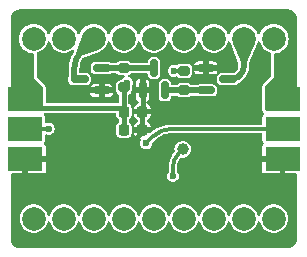
<source format=gbr>
%TF.GenerationSoftware,KiCad,Pcbnew,8.0.4*%
%TF.CreationDate,2024-09-13T11:56:00+01:00*%
%TF.ProjectId,MkI,4d6b492e-6b69-4636-9164-5f7063625858,rev?*%
%TF.SameCoordinates,Original*%
%TF.FileFunction,Copper,L2,Bot*%
%TF.FilePolarity,Positive*%
%FSLAX46Y46*%
G04 Gerber Fmt 4.6, Leading zero omitted, Abs format (unit mm)*
G04 Created by KiCad (PCBNEW 8.0.4) date 2024-09-13 11:56:00*
%MOMM*%
%LPD*%
G01*
G04 APERTURE LIST*
G04 Aperture macros list*
%AMRoundRect*
0 Rectangle with rounded corners*
0 $1 Rounding radius*
0 $2 $3 $4 $5 $6 $7 $8 $9 X,Y pos of 4 corners*
0 Add a 4 corners polygon primitive as box body*
4,1,4,$2,$3,$4,$5,$6,$7,$8,$9,$2,$3,0*
0 Add four circle primitives for the rounded corners*
1,1,$1+$1,$2,$3*
1,1,$1+$1,$4,$5*
1,1,$1+$1,$6,$7*
1,1,$1+$1,$8,$9*
0 Add four rect primitives between the rounded corners*
20,1,$1+$1,$2,$3,$4,$5,0*
20,1,$1+$1,$4,$5,$6,$7,0*
20,1,$1+$1,$6,$7,$8,$9,0*
20,1,$1+$1,$8,$9,$2,$3,0*%
G04 Aperture macros list end*
%TA.AperFunction,ComponentPad*%
%ADD10C,2.000000*%
%TD*%
%TA.AperFunction,SMDPad,CuDef*%
%ADD11RoundRect,0.225000X-0.225000X-0.250000X0.225000X-0.250000X0.225000X0.250000X-0.225000X0.250000X0*%
%TD*%
%TA.AperFunction,SMDPad,CuDef*%
%ADD12RoundRect,0.150000X0.587500X0.150000X-0.587500X0.150000X-0.587500X-0.150000X0.587500X-0.150000X0*%
%TD*%
%TA.AperFunction,SMDPad,CuDef*%
%ADD13RoundRect,0.200000X-0.275000X0.200000X-0.275000X-0.200000X0.275000X-0.200000X0.275000X0.200000X0*%
%TD*%
%TA.AperFunction,SMDPad,CuDef*%
%ADD14R,3.000000X2.000000*%
%TD*%
%TA.AperFunction,SMDPad,CuDef*%
%ADD15RoundRect,0.150000X-0.587500X-0.150000X0.587500X-0.150000X0.587500X0.150000X-0.587500X0.150000X0*%
%TD*%
%TA.AperFunction,SMDPad,CuDef*%
%ADD16RoundRect,0.150000X0.150000X-0.587500X0.150000X0.587500X-0.150000X0.587500X-0.150000X-0.587500X0*%
%TD*%
%TA.AperFunction,SMDPad,CuDef*%
%ADD17C,1.000000*%
%TD*%
%TA.AperFunction,ViaPad*%
%ADD18C,0.600000*%
%TD*%
%TA.AperFunction,Conductor*%
%ADD19C,0.500000*%
%TD*%
%TA.AperFunction,Conductor*%
%ADD20C,0.400000*%
%TD*%
%TA.AperFunction,Conductor*%
%ADD21C,0.300000*%
%TD*%
G04 APERTURE END LIST*
D10*
%TO.P,DISP1,18,F*%
%TO.N,/SEG_F*%
X88265000Y-79375000D03*
%TO.P,DISP1,17,H*%
%TO.N,/SEG_H*%
X90805000Y-79375000D03*
%TO.P,DISP1,16,DIGIT_1*%
%TO.N,/DIGIT_1*%
X93345000Y-79375000D03*
%TO.P,DISP1,15,I*%
%TO.N,/SEG_I*%
X95885000Y-79375000D03*
%TO.P,DISP1,14,J*%
%TO.N,/SEG_J*%
X98425000Y-79375000D03*
%TO.P,DISP1,13,G1*%
%TO.N,/SEG_G1*%
X100965000Y-79375000D03*
%TO.P,DISP1,12,A*%
%TO.N,/SEG_A*%
X103505000Y-79375000D03*
%TO.P,DISP1,11,DIGIT_2*%
%TO.N,/DIGIT_2*%
X106045000Y-79375000D03*
%TO.P,DISP1,10,B*%
%TO.N,/SEG_B*%
X108585000Y-79375000D03*
%TO.P,DISP1,9,C*%
%TO.N,/SEG_C*%
X108585000Y-94615000D03*
%TO.P,DISP1,8,DP*%
%TO.N,/SEG_DP*%
X106045000Y-94615000D03*
%TO.P,DISP1,7,D*%
%TO.N,/SEG_D*%
X103505000Y-94615000D03*
%TO.P,DISP1,6,G2*%
%TO.N,/SEG_G2*%
X100965000Y-94615000D03*
%TO.P,DISP1,5,K*%
%TO.N,/SEG_K*%
X98425000Y-94615000D03*
%TO.P,DISP1,4,L*%
%TO.N,/SEG_L*%
X95885000Y-94615000D03*
%TO.P,DISP1,3,NC*%
%TO.N,unconnected-(DISP1-NC-Pad3)*%
X93345000Y-94615000D03*
%TO.P,DISP1,2,M*%
%TO.N,/SEG_M*%
X90805000Y-94615000D03*
%TO.P,DISP1,1,E*%
%TO.N,/SEG_E*%
X88265000Y-94615000D03*
%TD*%
D11*
%TO.P,C1,2*%
%TO.N,GND*%
X97450000Y-85545000D03*
%TO.P,C1,1*%
%TO.N,VCC*%
X95900000Y-85545000D03*
%TD*%
D12*
%TO.P,Q1,3,D*%
%TO.N,/DIGIT_1*%
X92137500Y-82807500D03*
%TO.P,Q1,2,S*%
%TO.N,GND*%
X94012500Y-83757500D03*
%TO.P,Q1,1,G*%
%TO.N,Net-(Q1-G)*%
X94012500Y-81857500D03*
%TD*%
D13*
%TO.P,R1,2*%
%TO.N,Net-(Q2-G)*%
X100975000Y-83732500D03*
%TO.P,R1,1*%
%TO.N,/GPIO_PD7*%
X100975000Y-82082500D03*
%TD*%
D14*
%TO.P,J2,3,Pin_3*%
%TO.N,GND*%
X109325000Y-89535000D03*
%TO.P,J2,2,Pin_2*%
%TO.N,/GPIO_PD5*%
X109325000Y-86995000D03*
%TO.P,J2,1,Pin_1*%
%TO.N,VCC*%
X109325000Y-84455000D03*
%TD*%
D15*
%TO.P,Q2,3,D*%
%TO.N,/DIGIT_2*%
X104712500Y-82807500D03*
%TO.P,Q2,2,S*%
%TO.N,GND*%
X102837500Y-81857500D03*
%TO.P,Q2,1,G*%
%TO.N,Net-(Q2-G)*%
X102837500Y-83757500D03*
%TD*%
D16*
%TO.P,Q3,3,D*%
%TO.N,Net-(Q1-G)*%
X98425000Y-81866500D03*
%TO.P,Q3,2,S*%
%TO.N,GND*%
X97475000Y-83741500D03*
%TO.P,Q3,1,G*%
%TO.N,Net-(Q2-G)*%
X99375000Y-83741500D03*
%TD*%
D13*
%TO.P,R2,2*%
%TO.N,VCC*%
X95875000Y-83507500D03*
%TO.P,R2,1*%
%TO.N,Net-(Q1-G)*%
X95875000Y-81857500D03*
%TD*%
D17*
%TO.P,TP1,1,1*%
%TO.N,/GPIO_PD1*%
X100875000Y-88745000D03*
%TD*%
D14*
%TO.P,J1,3,Pin_3*%
%TO.N,GND*%
X87525000Y-89535000D03*
%TO.P,J1,2,Pin_2*%
%TO.N,/GPIO_PD6*%
X87525000Y-86995000D03*
%TO.P,J1,1,Pin_1*%
%TO.N,VCC*%
X87525000Y-84455000D03*
%TD*%
D11*
%TO.P,C2,2*%
%TO.N,GND*%
X97450000Y-87095000D03*
%TO.P,C2,1*%
%TO.N,VCC*%
X95900000Y-87095000D03*
%TD*%
D18*
%TO.N,GND*%
X99695000Y-93345000D03*
X87245464Y-91180000D03*
X109595464Y-91180000D03*
X98445464Y-91180000D03*
X107295464Y-86280000D03*
X107295464Y-87680000D03*
X105195464Y-91180000D03*
X91645464Y-91180000D03*
X107395464Y-91180000D03*
X89445464Y-91180000D03*
X107365000Y-95965000D03*
X102825000Y-82807500D03*
X90250000Y-82820000D03*
X104725000Y-83795000D03*
X94665000Y-95965000D03*
X106600000Y-82820000D03*
X89585000Y-95965000D03*
X99745000Y-80725000D03*
X91625000Y-83745000D03*
X92625000Y-83745000D03*
X94025000Y-82807500D03*
X97475000Y-82795000D03*
X102285000Y-95965000D03*
%TO.N,VCC*%
X96150000Y-83095001D03*
%TO.N,/GPIO_PD7*%
X100125000Y-82095000D03*
%TO.N,/GPIO_PD1*%
X100050000Y-90995000D03*
%TO.N,/GPIO_PD5*%
X97775000Y-88245000D03*
%TO.N,/GPIO_PD6*%
X89525000Y-86995000D03*
%TD*%
D19*
%TO.N,/DIGIT_2*%
X105667893Y-82514607D02*
X105540849Y-82641655D01*
X105752107Y-82430393D02*
G75*
G03*
X106044990Y-81723276I-707107J707093D01*
G01*
X105140472Y-82807500D02*
G75*
G03*
X105540861Y-82641667I28J566200D01*
G01*
%TO.N,/DIGIT_1*%
X92335346Y-80384654D02*
G75*
G03*
X91674990Y-81978870I1594254J-1594246D01*
G01*
X92137500Y-82807500D02*
X91675000Y-82807500D01*
X91675000Y-82807500D02*
X91675000Y-81978870D01*
X92335346Y-80384654D02*
X93345000Y-79375000D01*
%TO.N,/DIGIT_2*%
X106045000Y-79375000D02*
X106045000Y-81723276D01*
X105752107Y-82430393D02*
X105667893Y-82514607D01*
X105140472Y-82807500D02*
X104712500Y-82807500D01*
%TO.N,GND*%
X102825000Y-82807500D02*
X102837500Y-82795000D01*
D20*
X97450000Y-87095000D02*
X97450000Y-87320000D01*
X97475000Y-83741500D02*
X97475000Y-82795000D01*
D19*
X94012500Y-82820000D02*
X94012500Y-83757500D01*
X102837500Y-82795000D02*
X102837500Y-81857500D01*
D20*
X97450000Y-85545000D02*
X97450000Y-87095000D01*
X97450000Y-85545000D02*
X97475000Y-85520000D01*
X97475000Y-85520000D02*
X97475000Y-82907500D01*
D19*
X94025000Y-82807500D02*
X94012500Y-82820000D01*
D20*
X97450000Y-87320000D02*
X96875000Y-87895000D01*
%TO.N,VCC*%
X95875000Y-85245000D02*
X95875000Y-84535000D01*
X96150000Y-83095001D02*
X95875000Y-83370001D01*
X95875000Y-83370001D02*
X95875000Y-84535000D01*
X87525000Y-84455000D02*
X88315000Y-85245000D01*
X87525000Y-84455000D02*
X88115000Y-85045000D01*
X88315000Y-85245000D02*
X95875000Y-85245000D01*
X95900000Y-87095000D02*
X95900000Y-85545000D01*
D21*
%TO.N,/GPIO_PD7*%
X100125000Y-82095000D02*
X100962500Y-82095000D01*
X100962500Y-82095000D02*
X100975000Y-82082500D01*
%TO.N,/GPIO_PD1*%
X100875000Y-88745000D02*
X100533348Y-89086652D01*
X100050000Y-90253558D02*
X100050000Y-90995000D01*
X100533348Y-89086652D02*
G75*
G03*
X100049983Y-90253558I1166952J-1166948D01*
G01*
%TO.N,/GPIO_PD5*%
X99959428Y-86995000D02*
X109325000Y-86995000D01*
X97775000Y-88245000D02*
X98364259Y-87655741D01*
X99959428Y-86995000D02*
G75*
G03*
X98364247Y-87655729I-28J-2255900D01*
G01*
%TO.N,/GPIO_PD6*%
X87525000Y-86995000D02*
X89525000Y-86995000D01*
D19*
%TO.N,Net-(Q1-G)*%
X98416000Y-81857500D02*
X98425000Y-81866500D01*
X94012500Y-81857500D02*
X98416000Y-81857500D01*
%TO.N,Net-(Q2-G)*%
X102837500Y-83757500D02*
X99391000Y-83757500D01*
X99391000Y-83757500D02*
X99375000Y-83741500D01*
%TD*%
%TA.AperFunction,Conductor*%
%TO.N,GND*%
G36*
X107370191Y-79577765D02*
G01*
X107407960Y-79625902D01*
X107410215Y-79632845D01*
X107460771Y-79810528D01*
X107559942Y-80009689D01*
X107694019Y-80187236D01*
X107858438Y-80337124D01*
X108047599Y-80454247D01*
X108255060Y-80534618D01*
X108256755Y-80534935D01*
X108257392Y-80535281D01*
X108259460Y-80535870D01*
X108259327Y-80536335D01*
X108310483Y-80564205D01*
X108336745Y-80619468D01*
X108333564Y-80660141D01*
X108329852Y-80672782D01*
X108329849Y-80672796D01*
X108319500Y-80744771D01*
X108319500Y-82548160D01*
X108300593Y-82606351D01*
X108290504Y-82618164D01*
X107680646Y-83228022D01*
X107680632Y-83228037D01*
X107662373Y-83248365D01*
X107662372Y-83248365D01*
X107645740Y-83269006D01*
X107599535Y-83357336D01*
X107599533Y-83357341D01*
X107579853Y-83424364D01*
X107579849Y-83424382D01*
X107569500Y-83496357D01*
X107569500Y-85320996D01*
X107569499Y-85320996D01*
X107575340Y-85375322D01*
X107586538Y-85426796D01*
X107586550Y-85426846D01*
X107593780Y-85453196D01*
X107593780Y-85453198D01*
X107626464Y-85510592D01*
X107631663Y-85524528D01*
X107632402Y-85524223D01*
X107636133Y-85533232D01*
X107680445Y-85599548D01*
X107680448Y-85599552D01*
X107680451Y-85599554D01*
X107745000Y-85642685D01*
X107782879Y-85690735D01*
X107785281Y-85751873D01*
X107751288Y-85802747D01*
X107745000Y-85807315D01*
X107680451Y-85850445D01*
X107680445Y-85850451D01*
X107636134Y-85916766D01*
X107636132Y-85916772D01*
X107624501Y-85975241D01*
X107624500Y-85975253D01*
X107624500Y-86545500D01*
X107605593Y-86603691D01*
X107556093Y-86639655D01*
X107525500Y-86644500D01*
X99907077Y-86644500D01*
X99906812Y-86644516D01*
X99813057Y-86644516D01*
X99522155Y-86677289D01*
X99236753Y-86742428D01*
X99236749Y-86742429D01*
X98960431Y-86839114D01*
X98960429Y-86839115D01*
X98696674Y-86966130D01*
X98448795Y-87121880D01*
X98219917Y-87304403D01*
X98208314Y-87316006D01*
X98153796Y-87343782D01*
X98138313Y-87345000D01*
X96750002Y-87345000D01*
X96750001Y-87345001D01*
X96750001Y-87390436D01*
X96756081Y-87447004D01*
X96756082Y-87447006D01*
X96803814Y-87574983D01*
X96885668Y-87684327D01*
X96885672Y-87684331D01*
X96995016Y-87766185D01*
X97122990Y-87813916D01*
X97122998Y-87813918D01*
X97179565Y-87819999D01*
X97265762Y-87819999D01*
X97323953Y-87838906D01*
X97359917Y-87888405D01*
X97359918Y-87949591D01*
X97352532Y-87965172D01*
X97352564Y-87965187D01*
X97289834Y-88102543D01*
X97269353Y-88244997D01*
X97269353Y-88245002D01*
X97289834Y-88387456D01*
X97345970Y-88510375D01*
X97349623Y-88518373D01*
X97443872Y-88627143D01*
X97443873Y-88627144D01*
X97564942Y-88704950D01*
X97564947Y-88704953D01*
X97671403Y-88736211D01*
X97703035Y-88745499D01*
X97703036Y-88745499D01*
X97703039Y-88745500D01*
X97703041Y-88745500D01*
X97846959Y-88745500D01*
X97846961Y-88745500D01*
X97985053Y-88704953D01*
X98106128Y-88627143D01*
X98200377Y-88518373D01*
X98260165Y-88387457D01*
X98277631Y-88265975D01*
X98304626Y-88211068D01*
X98305543Y-88210137D01*
X98609811Y-87905870D01*
X98614501Y-87901477D01*
X98794618Y-87743520D01*
X98804874Y-87735650D01*
X99001337Y-87604380D01*
X99012528Y-87597919D01*
X99224448Y-87493415D01*
X99236399Y-87488465D01*
X99460134Y-87412519D01*
X99472619Y-87409174D01*
X99704366Y-87363079D01*
X99717185Y-87361392D01*
X99907777Y-87348902D01*
X99956466Y-87345712D01*
X99962939Y-87345500D01*
X100014937Y-87345501D01*
X100014940Y-87345500D01*
X107525500Y-87345500D01*
X107583691Y-87364407D01*
X107619655Y-87413907D01*
X107624500Y-87444500D01*
X107624500Y-88014746D01*
X107624501Y-88014758D01*
X107636132Y-88073227D01*
X107636134Y-88073233D01*
X107644137Y-88085210D01*
X107680448Y-88139552D01*
X107680451Y-88139554D01*
X107700451Y-88152918D01*
X107738330Y-88200969D01*
X107740732Y-88262107D01*
X107706738Y-88312980D01*
X107700451Y-88317548D01*
X107644762Y-88354758D01*
X107644758Y-88354762D01*
X107589507Y-88437451D01*
X107589506Y-88437453D01*
X107575000Y-88510375D01*
X107575000Y-89284999D01*
X107575001Y-89285000D01*
X109476000Y-89285000D01*
X109534191Y-89303907D01*
X109570155Y-89353407D01*
X109575000Y-89384000D01*
X109575000Y-90784999D01*
X109575001Y-90785000D01*
X110425500Y-90785000D01*
X110483691Y-90803907D01*
X110519655Y-90853407D01*
X110524500Y-90884000D01*
X110524500Y-96390138D01*
X110524023Y-96399842D01*
X110512014Y-96521762D01*
X110508228Y-96540796D01*
X110474084Y-96653354D01*
X110466657Y-96671285D01*
X110411208Y-96775022D01*
X110400426Y-96791158D01*
X110325806Y-96882083D01*
X110312083Y-96895806D01*
X110221158Y-96970426D01*
X110205022Y-96981208D01*
X110101285Y-97036657D01*
X110083354Y-97044084D01*
X109970796Y-97078228D01*
X109951763Y-97082014D01*
X109845719Y-97092459D01*
X109829841Y-97094023D01*
X109820139Y-97094500D01*
X87080575Y-97094500D01*
X87080500Y-97094494D01*
X87029832Y-97094499D01*
X87020127Y-97094023D01*
X86898210Y-97082026D01*
X86879174Y-97078241D01*
X86822894Y-97061173D01*
X86766616Y-97044105D01*
X86748683Y-97036678D01*
X86644946Y-96981235D01*
X86628810Y-96970453D01*
X86537883Y-96895832D01*
X86524167Y-96882116D01*
X86449545Y-96791187D01*
X86438767Y-96775058D01*
X86383319Y-96671312D01*
X86375896Y-96653387D01*
X86341756Y-96540817D01*
X86337974Y-96521797D01*
X86325975Y-96399862D01*
X86325500Y-96390175D01*
X86325505Y-96347435D01*
X86325504Y-96347432D01*
X86325505Y-96339972D01*
X86325500Y-96339892D01*
X86325500Y-94615000D01*
X87059357Y-94615000D01*
X87079885Y-94836536D01*
X87140771Y-95050528D01*
X87239942Y-95249689D01*
X87374019Y-95427236D01*
X87538438Y-95577124D01*
X87727599Y-95694247D01*
X87935060Y-95774618D01*
X88153757Y-95815500D01*
X88376243Y-95815500D01*
X88594940Y-95774618D01*
X88802401Y-95694247D01*
X88991562Y-95577124D01*
X89155981Y-95427236D01*
X89290058Y-95249689D01*
X89389229Y-95050528D01*
X89439780Y-94872859D01*
X89473889Y-94822065D01*
X89531342Y-94801021D01*
X89590191Y-94817765D01*
X89627960Y-94865902D01*
X89630215Y-94872845D01*
X89680771Y-95050528D01*
X89779942Y-95249689D01*
X89914019Y-95427236D01*
X90078438Y-95577124D01*
X90267599Y-95694247D01*
X90475060Y-95774618D01*
X90693757Y-95815500D01*
X90916243Y-95815500D01*
X91134940Y-95774618D01*
X91342401Y-95694247D01*
X91531562Y-95577124D01*
X91695981Y-95427236D01*
X91830058Y-95249689D01*
X91929229Y-95050528D01*
X91979780Y-94872859D01*
X92013889Y-94822065D01*
X92071342Y-94801021D01*
X92130191Y-94817765D01*
X92167960Y-94865902D01*
X92170215Y-94872845D01*
X92220771Y-95050528D01*
X92319942Y-95249689D01*
X92454019Y-95427236D01*
X92618438Y-95577124D01*
X92807599Y-95694247D01*
X93015060Y-95774618D01*
X93233757Y-95815500D01*
X93456243Y-95815500D01*
X93674940Y-95774618D01*
X93882401Y-95694247D01*
X94071562Y-95577124D01*
X94235981Y-95427236D01*
X94370058Y-95249689D01*
X94469229Y-95050528D01*
X94519780Y-94872859D01*
X94553889Y-94822065D01*
X94611342Y-94801021D01*
X94670191Y-94817765D01*
X94707960Y-94865902D01*
X94710215Y-94872845D01*
X94760771Y-95050528D01*
X94859942Y-95249689D01*
X94994019Y-95427236D01*
X95158438Y-95577124D01*
X95347599Y-95694247D01*
X95555060Y-95774618D01*
X95773757Y-95815500D01*
X95996243Y-95815500D01*
X96214940Y-95774618D01*
X96422401Y-95694247D01*
X96611562Y-95577124D01*
X96775981Y-95427236D01*
X96910058Y-95249689D01*
X97009229Y-95050528D01*
X97059780Y-94872859D01*
X97093889Y-94822065D01*
X97151342Y-94801021D01*
X97210191Y-94817765D01*
X97247960Y-94865902D01*
X97250215Y-94872845D01*
X97300771Y-95050528D01*
X97399942Y-95249689D01*
X97534019Y-95427236D01*
X97698438Y-95577124D01*
X97887599Y-95694247D01*
X98095060Y-95774618D01*
X98313757Y-95815500D01*
X98536243Y-95815500D01*
X98754940Y-95774618D01*
X98962401Y-95694247D01*
X99151562Y-95577124D01*
X99315981Y-95427236D01*
X99450058Y-95249689D01*
X99549229Y-95050528D01*
X99599780Y-94872859D01*
X99633889Y-94822065D01*
X99691342Y-94801021D01*
X99750191Y-94817765D01*
X99787960Y-94865902D01*
X99790215Y-94872845D01*
X99840771Y-95050528D01*
X99939942Y-95249689D01*
X100074019Y-95427236D01*
X100238438Y-95577124D01*
X100427599Y-95694247D01*
X100635060Y-95774618D01*
X100853757Y-95815500D01*
X101076243Y-95815500D01*
X101294940Y-95774618D01*
X101502401Y-95694247D01*
X101691562Y-95577124D01*
X101855981Y-95427236D01*
X101990058Y-95249689D01*
X102089229Y-95050528D01*
X102139780Y-94872859D01*
X102173889Y-94822065D01*
X102231342Y-94801021D01*
X102290191Y-94817765D01*
X102327960Y-94865902D01*
X102330215Y-94872845D01*
X102380771Y-95050528D01*
X102479942Y-95249689D01*
X102614019Y-95427236D01*
X102778438Y-95577124D01*
X102967599Y-95694247D01*
X103175060Y-95774618D01*
X103393757Y-95815500D01*
X103616243Y-95815500D01*
X103834940Y-95774618D01*
X104042401Y-95694247D01*
X104231562Y-95577124D01*
X104395981Y-95427236D01*
X104530058Y-95249689D01*
X104629229Y-95050528D01*
X104679780Y-94872859D01*
X104713889Y-94822065D01*
X104771342Y-94801021D01*
X104830191Y-94817765D01*
X104867960Y-94865902D01*
X104870215Y-94872845D01*
X104920771Y-95050528D01*
X105019942Y-95249689D01*
X105154019Y-95427236D01*
X105318438Y-95577124D01*
X105507599Y-95694247D01*
X105715060Y-95774618D01*
X105933757Y-95815500D01*
X106156243Y-95815500D01*
X106374940Y-95774618D01*
X106582401Y-95694247D01*
X106771562Y-95577124D01*
X106935981Y-95427236D01*
X107070058Y-95249689D01*
X107169229Y-95050528D01*
X107219780Y-94872859D01*
X107253889Y-94822065D01*
X107311342Y-94801021D01*
X107370191Y-94817765D01*
X107407960Y-94865902D01*
X107410215Y-94872845D01*
X107460771Y-95050528D01*
X107559942Y-95249689D01*
X107694019Y-95427236D01*
X107858438Y-95577124D01*
X108047599Y-95694247D01*
X108255060Y-95774618D01*
X108473757Y-95815500D01*
X108696243Y-95815500D01*
X108914940Y-95774618D01*
X109122401Y-95694247D01*
X109311562Y-95577124D01*
X109475981Y-95427236D01*
X109610058Y-95249689D01*
X109709229Y-95050528D01*
X109770115Y-94836536D01*
X109790643Y-94615000D01*
X109770115Y-94393464D01*
X109709229Y-94179472D01*
X109610058Y-93980311D01*
X109475981Y-93802764D01*
X109311562Y-93652876D01*
X109122401Y-93535753D01*
X108914940Y-93455382D01*
X108914939Y-93455381D01*
X108914937Y-93455381D01*
X108696243Y-93414500D01*
X108473757Y-93414500D01*
X108255062Y-93455381D01*
X108178797Y-93484926D01*
X108047599Y-93535753D01*
X107858438Y-93652876D01*
X107694020Y-93802763D01*
X107559943Y-93980309D01*
X107559938Y-93980318D01*
X107460772Y-94179469D01*
X107460771Y-94179472D01*
X107410219Y-94357140D01*
X107376111Y-94407934D01*
X107318658Y-94428978D01*
X107259809Y-94412234D01*
X107222040Y-94364097D01*
X107219784Y-94357154D01*
X107169229Y-94179472D01*
X107070058Y-93980311D01*
X106935981Y-93802764D01*
X106771562Y-93652876D01*
X106582401Y-93535753D01*
X106374940Y-93455382D01*
X106374939Y-93455381D01*
X106374937Y-93455381D01*
X106156243Y-93414500D01*
X105933757Y-93414500D01*
X105715062Y-93455381D01*
X105638797Y-93484926D01*
X105507599Y-93535753D01*
X105318438Y-93652876D01*
X105154020Y-93802763D01*
X105019943Y-93980309D01*
X105019938Y-93980318D01*
X104920772Y-94179469D01*
X104920771Y-94179472D01*
X104870219Y-94357140D01*
X104836111Y-94407934D01*
X104778658Y-94428978D01*
X104719809Y-94412234D01*
X104682040Y-94364097D01*
X104679784Y-94357154D01*
X104629229Y-94179472D01*
X104530058Y-93980311D01*
X104395981Y-93802764D01*
X104231562Y-93652876D01*
X104042401Y-93535753D01*
X103834940Y-93455382D01*
X103834939Y-93455381D01*
X103834937Y-93455381D01*
X103616243Y-93414500D01*
X103393757Y-93414500D01*
X103175062Y-93455381D01*
X103098797Y-93484926D01*
X102967599Y-93535753D01*
X102778438Y-93652876D01*
X102614020Y-93802763D01*
X102479943Y-93980309D01*
X102479938Y-93980318D01*
X102380772Y-94179469D01*
X102380771Y-94179472D01*
X102330219Y-94357140D01*
X102296111Y-94407934D01*
X102238658Y-94428978D01*
X102179809Y-94412234D01*
X102142040Y-94364097D01*
X102139784Y-94357154D01*
X102089229Y-94179472D01*
X101990058Y-93980311D01*
X101855981Y-93802764D01*
X101691562Y-93652876D01*
X101502401Y-93535753D01*
X101294940Y-93455382D01*
X101294939Y-93455381D01*
X101294937Y-93455381D01*
X101076243Y-93414500D01*
X100853757Y-93414500D01*
X100635062Y-93455381D01*
X100558797Y-93484926D01*
X100427599Y-93535753D01*
X100238438Y-93652876D01*
X100074020Y-93802763D01*
X99939943Y-93980309D01*
X99939938Y-93980318D01*
X99840772Y-94179469D01*
X99840771Y-94179472D01*
X99790219Y-94357140D01*
X99756111Y-94407934D01*
X99698658Y-94428978D01*
X99639809Y-94412234D01*
X99602040Y-94364097D01*
X99599784Y-94357154D01*
X99549229Y-94179472D01*
X99450058Y-93980311D01*
X99315981Y-93802764D01*
X99151562Y-93652876D01*
X98962401Y-93535753D01*
X98754940Y-93455382D01*
X98754939Y-93455381D01*
X98754937Y-93455381D01*
X98536243Y-93414500D01*
X98313757Y-93414500D01*
X98095062Y-93455381D01*
X98018797Y-93484926D01*
X97887599Y-93535753D01*
X97698438Y-93652876D01*
X97534020Y-93802763D01*
X97399943Y-93980309D01*
X97399938Y-93980318D01*
X97300772Y-94179469D01*
X97300771Y-94179472D01*
X97250219Y-94357140D01*
X97216111Y-94407934D01*
X97158658Y-94428978D01*
X97099809Y-94412234D01*
X97062040Y-94364097D01*
X97059784Y-94357154D01*
X97009229Y-94179472D01*
X96910058Y-93980311D01*
X96775981Y-93802764D01*
X96611562Y-93652876D01*
X96422401Y-93535753D01*
X96214940Y-93455382D01*
X96214939Y-93455381D01*
X96214937Y-93455381D01*
X95996243Y-93414500D01*
X95773757Y-93414500D01*
X95555062Y-93455381D01*
X95478797Y-93484926D01*
X95347599Y-93535753D01*
X95158438Y-93652876D01*
X94994020Y-93802763D01*
X94859943Y-93980309D01*
X94859938Y-93980318D01*
X94760772Y-94179469D01*
X94760771Y-94179472D01*
X94710219Y-94357140D01*
X94676111Y-94407934D01*
X94618658Y-94428978D01*
X94559809Y-94412234D01*
X94522040Y-94364097D01*
X94519784Y-94357154D01*
X94469229Y-94179472D01*
X94370058Y-93980311D01*
X94235981Y-93802764D01*
X94071562Y-93652876D01*
X93882401Y-93535753D01*
X93674940Y-93455382D01*
X93674939Y-93455381D01*
X93674937Y-93455381D01*
X93456243Y-93414500D01*
X93233757Y-93414500D01*
X93015062Y-93455381D01*
X92938797Y-93484926D01*
X92807599Y-93535753D01*
X92618438Y-93652876D01*
X92454020Y-93802763D01*
X92319943Y-93980309D01*
X92319938Y-93980318D01*
X92220772Y-94179469D01*
X92220771Y-94179472D01*
X92170219Y-94357140D01*
X92136111Y-94407934D01*
X92078658Y-94428978D01*
X92019809Y-94412234D01*
X91982040Y-94364097D01*
X91979784Y-94357154D01*
X91929229Y-94179472D01*
X91830058Y-93980311D01*
X91695981Y-93802764D01*
X91531562Y-93652876D01*
X91342401Y-93535753D01*
X91134940Y-93455382D01*
X91134939Y-93455381D01*
X91134937Y-93455381D01*
X90916243Y-93414500D01*
X90693757Y-93414500D01*
X90475062Y-93455381D01*
X90398797Y-93484926D01*
X90267599Y-93535753D01*
X90078438Y-93652876D01*
X89914020Y-93802763D01*
X89779943Y-93980309D01*
X89779938Y-93980318D01*
X89680772Y-94179469D01*
X89680771Y-94179472D01*
X89630219Y-94357140D01*
X89596111Y-94407934D01*
X89538658Y-94428978D01*
X89479809Y-94412234D01*
X89442040Y-94364097D01*
X89439784Y-94357154D01*
X89389229Y-94179472D01*
X89290058Y-93980311D01*
X89155981Y-93802764D01*
X88991562Y-93652876D01*
X88802401Y-93535753D01*
X88594940Y-93455382D01*
X88594939Y-93455381D01*
X88594937Y-93455381D01*
X88376243Y-93414500D01*
X88153757Y-93414500D01*
X87935062Y-93455381D01*
X87858797Y-93484926D01*
X87727599Y-93535753D01*
X87538438Y-93652876D01*
X87374020Y-93802763D01*
X87239943Y-93980309D01*
X87239938Y-93980318D01*
X87140772Y-94179469D01*
X87140771Y-94179472D01*
X87079885Y-94393464D01*
X87059357Y-94615000D01*
X86325500Y-94615000D01*
X86325500Y-90994997D01*
X99544353Y-90994997D01*
X99544353Y-90995002D01*
X99564834Y-91137456D01*
X99624622Y-91268371D01*
X99624623Y-91268373D01*
X99718872Y-91377143D01*
X99718873Y-91377144D01*
X99839942Y-91454950D01*
X99839947Y-91454953D01*
X99946403Y-91486211D01*
X99978035Y-91495499D01*
X99978036Y-91495499D01*
X99978039Y-91495500D01*
X99978041Y-91495500D01*
X100121959Y-91495500D01*
X100121961Y-91495500D01*
X100260053Y-91454953D01*
X100381128Y-91377143D01*
X100475377Y-91268373D01*
X100535165Y-91137457D01*
X100555647Y-90995000D01*
X100535165Y-90852543D01*
X100475377Y-90721627D01*
X100469840Y-90715237D01*
X100424680Y-90663117D01*
X100400863Y-90606757D01*
X100400500Y-90598287D01*
X100400500Y-90257462D01*
X100400805Y-90249693D01*
X100404133Y-90207414D01*
X100415896Y-90057995D01*
X100418324Y-90042672D01*
X100462304Y-89859497D01*
X100467103Y-89844728D01*
X100491843Y-89785001D01*
X107575000Y-89785001D01*
X107575000Y-90559624D01*
X107589506Y-90632546D01*
X107589507Y-90632548D01*
X107644758Y-90715237D01*
X107644762Y-90715241D01*
X107727451Y-90770492D01*
X107727453Y-90770493D01*
X107800375Y-90784999D01*
X107800377Y-90785000D01*
X109074999Y-90785000D01*
X109075000Y-90784999D01*
X109075000Y-89785001D01*
X109074999Y-89785000D01*
X107575001Y-89785000D01*
X107575000Y-89785001D01*
X100491843Y-89785001D01*
X100539194Y-89670689D01*
X100546243Y-89656854D01*
X100644678Y-89496224D01*
X100653795Y-89483677D01*
X100664743Y-89470858D01*
X100716910Y-89438892D01*
X100763710Y-89439033D01*
X100789944Y-89445500D01*
X100789947Y-89445500D01*
X100960053Y-89445500D01*
X100960056Y-89445500D01*
X101125225Y-89404790D01*
X101275852Y-89325734D01*
X101403183Y-89212929D01*
X101499818Y-89072930D01*
X101560140Y-88913872D01*
X101580584Y-88745500D01*
X101580645Y-88745001D01*
X101580645Y-88744998D01*
X101575782Y-88704950D01*
X101560140Y-88576128D01*
X101499818Y-88417070D01*
X101403183Y-88277071D01*
X101390659Y-88265976D01*
X101275853Y-88164267D01*
X101275852Y-88164266D01*
X101125225Y-88085210D01*
X101125224Y-88085209D01*
X101125223Y-88085209D01*
X100960058Y-88044500D01*
X100960056Y-88044500D01*
X100789944Y-88044500D01*
X100789941Y-88044500D01*
X100624776Y-88085209D01*
X100474146Y-88164267D01*
X100346818Y-88277069D01*
X100346816Y-88277072D01*
X100250182Y-88417070D01*
X100211764Y-88518373D01*
X100189860Y-88576129D01*
X100169355Y-88744998D01*
X100169355Y-88745001D01*
X100187461Y-88894121D01*
X100175706Y-88954167D01*
X100166585Y-88967778D01*
X100065961Y-89093958D01*
X100065957Y-89093964D01*
X99946401Y-89284234D01*
X99848898Y-89486694D01*
X99774675Y-89698807D01*
X99724668Y-89917874D01*
X99724667Y-89917885D01*
X99699502Y-90141184D01*
X99699501Y-90141197D01*
X99699500Y-90207412D01*
X99699500Y-90253551D01*
X99699499Y-90317035D01*
X99699500Y-90317048D01*
X99699500Y-90598287D01*
X99680593Y-90656478D01*
X99675320Y-90663117D01*
X99624623Y-90721626D01*
X99564834Y-90852543D01*
X99544353Y-90994997D01*
X86325500Y-90994997D01*
X86325500Y-90884000D01*
X86344407Y-90825809D01*
X86393907Y-90789845D01*
X86424500Y-90785000D01*
X87274999Y-90785000D01*
X87275000Y-90784999D01*
X87275000Y-89785001D01*
X87775000Y-89785001D01*
X87775000Y-90784999D01*
X87775001Y-90785000D01*
X89049623Y-90785000D01*
X89049624Y-90784999D01*
X89122546Y-90770493D01*
X89122548Y-90770492D01*
X89205237Y-90715241D01*
X89205241Y-90715237D01*
X89260492Y-90632548D01*
X89260493Y-90632546D01*
X89274999Y-90559624D01*
X89275000Y-90559622D01*
X89275000Y-89785001D01*
X89274999Y-89785000D01*
X87775001Y-89785000D01*
X87775000Y-89785001D01*
X87275000Y-89785001D01*
X87275000Y-89384000D01*
X87293907Y-89325809D01*
X87343407Y-89289845D01*
X87374000Y-89285000D01*
X89274999Y-89285000D01*
X89275000Y-89284999D01*
X89275000Y-88510377D01*
X89274999Y-88510375D01*
X89260493Y-88437453D01*
X89260492Y-88437451D01*
X89205241Y-88354762D01*
X89205238Y-88354759D01*
X89149549Y-88317549D01*
X89111669Y-88269499D01*
X89109267Y-88208361D01*
X89143260Y-88157487D01*
X89149535Y-88152926D01*
X89169552Y-88139552D01*
X89213867Y-88073231D01*
X89225500Y-88014748D01*
X89225500Y-87560937D01*
X89244407Y-87502746D01*
X89293907Y-87466782D01*
X89352389Y-87465947D01*
X89453039Y-87495500D01*
X89453041Y-87495500D01*
X89596959Y-87495500D01*
X89596961Y-87495500D01*
X89735053Y-87454953D01*
X89856128Y-87377143D01*
X89950377Y-87268373D01*
X90010165Y-87137457D01*
X90030647Y-86995000D01*
X90026496Y-86966130D01*
X90010165Y-86852543D01*
X90004032Y-86839114D01*
X89950377Y-86721627D01*
X89856128Y-86612857D01*
X89856127Y-86612856D01*
X89856126Y-86612855D01*
X89735057Y-86535049D01*
X89735054Y-86535047D01*
X89735053Y-86535047D01*
X89735050Y-86535046D01*
X89596964Y-86494500D01*
X89596961Y-86494500D01*
X89453039Y-86494500D01*
X89453035Y-86494500D01*
X89352391Y-86524052D01*
X89291230Y-86522304D01*
X89242778Y-86484941D01*
X89225500Y-86429062D01*
X89225500Y-85975253D01*
X89225498Y-85975241D01*
X89216126Y-85928126D01*
X89213867Y-85916769D01*
X89169552Y-85850448D01*
X89134182Y-85826814D01*
X89096304Y-85778765D01*
X89093902Y-85717627D01*
X89127895Y-85666753D01*
X89185299Y-85645576D01*
X89189185Y-85645500D01*
X95150500Y-85645500D01*
X95208691Y-85664407D01*
X95244655Y-85713907D01*
X95249500Y-85744500D01*
X95249500Y-85828489D01*
X95265281Y-85928125D01*
X95265283Y-85928132D01*
X95289293Y-85975253D01*
X95326472Y-86048220D01*
X95421780Y-86143528D01*
X95445444Y-86155585D01*
X95488708Y-86198848D01*
X95499500Y-86243795D01*
X95499500Y-86396204D01*
X95480593Y-86454395D01*
X95445446Y-86484413D01*
X95421782Y-86496470D01*
X95326470Y-86591782D01*
X95265283Y-86711867D01*
X95265281Y-86711874D01*
X95249500Y-86811510D01*
X95249500Y-87378489D01*
X95265281Y-87478125D01*
X95265283Y-87478132D01*
X95326470Y-87598217D01*
X95326472Y-87598220D01*
X95421780Y-87693528D01*
X95421782Y-87693529D01*
X95541867Y-87754716D01*
X95541869Y-87754716D01*
X95541874Y-87754719D01*
X95614268Y-87766185D01*
X95641510Y-87770500D01*
X95641512Y-87770500D01*
X96158490Y-87770500D01*
X96179885Y-87767111D01*
X96258126Y-87754719D01*
X96378220Y-87693528D01*
X96473528Y-87598220D01*
X96534719Y-87478126D01*
X96550500Y-87378488D01*
X96550500Y-86811512D01*
X96548608Y-86799569D01*
X96548607Y-86799565D01*
X96750000Y-86799565D01*
X96750000Y-86844999D01*
X96750001Y-86845000D01*
X98149998Y-86845000D01*
X98149999Y-86844999D01*
X98149999Y-86799569D01*
X98149998Y-86799563D01*
X98143918Y-86742995D01*
X98143917Y-86742993D01*
X98096185Y-86615016D01*
X98014331Y-86505672D01*
X98014327Y-86505668D01*
X97904982Y-86423813D01*
X97875340Y-86412758D01*
X97827425Y-86374708D01*
X97811027Y-86315761D01*
X97832408Y-86258433D01*
X97875340Y-86227242D01*
X97904982Y-86216186D01*
X98014327Y-86134331D01*
X98014331Y-86134327D01*
X98096185Y-86024983D01*
X98143916Y-85897009D01*
X98143918Y-85897001D01*
X98150000Y-85840434D01*
X98150000Y-85795001D01*
X98149999Y-85795000D01*
X96750002Y-85795000D01*
X96750001Y-85795001D01*
X96750001Y-85840436D01*
X96756081Y-85897004D01*
X96756082Y-85897006D01*
X96803814Y-86024983D01*
X96885668Y-86134327D01*
X96885672Y-86134331D01*
X96995016Y-86216185D01*
X97024660Y-86227242D01*
X97072574Y-86265293D01*
X97088972Y-86324240D01*
X97067590Y-86381567D01*
X97024660Y-86412758D01*
X96995016Y-86423814D01*
X96885672Y-86505668D01*
X96885668Y-86505672D01*
X96803814Y-86615016D01*
X96756083Y-86742990D01*
X96756081Y-86742998D01*
X96750000Y-86799565D01*
X96548607Y-86799565D01*
X96546703Y-86787541D01*
X96534719Y-86711874D01*
X96534716Y-86711869D01*
X96534716Y-86711867D01*
X96473529Y-86591782D01*
X96473528Y-86591780D01*
X96378220Y-86496472D01*
X96378217Y-86496470D01*
X96354554Y-86484413D01*
X96311290Y-86441148D01*
X96300500Y-86396204D01*
X96300500Y-86243795D01*
X96319407Y-86185604D01*
X96354554Y-86155585D01*
X96378220Y-86143528D01*
X96473528Y-86048220D01*
X96534719Y-85928126D01*
X96550500Y-85828488D01*
X96550500Y-85261512D01*
X96548608Y-85249569D01*
X96548607Y-85249565D01*
X96750000Y-85249565D01*
X96750000Y-85294999D01*
X96750001Y-85295000D01*
X98149998Y-85295000D01*
X98149999Y-85294999D01*
X98149999Y-85249569D01*
X98149998Y-85249563D01*
X98143918Y-85192995D01*
X98143917Y-85192993D01*
X98096185Y-85065016D01*
X98014331Y-84955672D01*
X98014327Y-84955668D01*
X97904982Y-84873814D01*
X97845717Y-84851709D01*
X97797803Y-84813658D01*
X97781405Y-84754711D01*
X97802787Y-84697383D01*
X97835370Y-84670741D01*
X97863044Y-84656640D01*
X97952641Y-84567043D01*
X98010163Y-84454151D01*
X98010164Y-84454147D01*
X98025000Y-84360484D01*
X98025000Y-83991501D01*
X98024999Y-83991500D01*
X96925002Y-83991500D01*
X96925001Y-83991501D01*
X96925001Y-84360485D01*
X96939833Y-84454141D01*
X96939836Y-84454151D01*
X96997358Y-84567043D01*
X97086955Y-84656640D01*
X97093498Y-84659974D01*
X97136763Y-84703239D01*
X97146334Y-84763671D01*
X97118556Y-84818188D01*
X97083150Y-84840942D01*
X96995017Y-84873814D01*
X96885672Y-84955668D01*
X96885668Y-84955672D01*
X96803814Y-85065016D01*
X96756083Y-85192990D01*
X96756081Y-85192998D01*
X96750000Y-85249565D01*
X96548607Y-85249565D01*
X96546703Y-85237541D01*
X96534719Y-85161874D01*
X96534716Y-85161869D01*
X96534716Y-85161867D01*
X96473529Y-85041782D01*
X96473528Y-85041780D01*
X96378220Y-84946472D01*
X96378217Y-84946470D01*
X96378215Y-84946469D01*
X96329555Y-84921675D01*
X96286290Y-84878411D01*
X96275500Y-84833466D01*
X96275500Y-84153713D01*
X96294407Y-84095522D01*
X96329555Y-84065504D01*
X96356910Y-84051565D01*
X96388342Y-84035550D01*
X96478050Y-83945842D01*
X96535646Y-83832804D01*
X96550500Y-83739019D01*
X96550499Y-83434008D01*
X96569406Y-83375819D01*
X96574674Y-83369184D01*
X96575377Y-83368374D01*
X96635165Y-83237458D01*
X96650327Y-83132001D01*
X96651691Y-83122515D01*
X96925000Y-83122515D01*
X96925000Y-83491499D01*
X96925001Y-83491500D01*
X97224999Y-83491500D01*
X97225000Y-83491499D01*
X97725000Y-83491499D01*
X97725001Y-83491500D01*
X98024998Y-83491500D01*
X98024999Y-83491499D01*
X98024999Y-83122516D01*
X98024998Y-83122514D01*
X98024717Y-83120740D01*
X98874500Y-83120740D01*
X98874500Y-84362260D01*
X98881118Y-84407682D01*
X98884427Y-84430395D01*
X98896041Y-84454151D01*
X98935802Y-84535483D01*
X99018517Y-84618198D01*
X99072285Y-84644483D01*
X99123604Y-84669572D01*
X99123605Y-84669572D01*
X99123607Y-84669573D01*
X99191740Y-84679500D01*
X99191743Y-84679500D01*
X99558257Y-84679500D01*
X99558260Y-84679500D01*
X99626393Y-84669573D01*
X99731483Y-84618198D01*
X99814198Y-84535483D01*
X99865573Y-84430393D01*
X99875500Y-84362260D01*
X99875500Y-84307000D01*
X99894407Y-84248809D01*
X99943907Y-84212845D01*
X99974500Y-84208000D01*
X100368100Y-84208000D01*
X100426291Y-84226907D01*
X100438102Y-84236995D01*
X100449917Y-84248809D01*
X100461658Y-84260550D01*
X100574696Y-84318146D01*
X100668481Y-84333000D01*
X101281518Y-84332999D01*
X101281520Y-84332999D01*
X101281521Y-84332998D01*
X101328411Y-84325572D01*
X101375299Y-84318147D01*
X101375299Y-84318146D01*
X101375304Y-84318146D01*
X101488342Y-84260550D01*
X101500820Y-84248072D01*
X101511898Y-84236995D01*
X101566415Y-84209219D01*
X101581900Y-84208000D01*
X102043732Y-84208000D01*
X102087212Y-84218059D01*
X102148607Y-84248073D01*
X102216740Y-84258000D01*
X102216743Y-84258000D01*
X103458257Y-84258000D01*
X103458260Y-84258000D01*
X103526393Y-84248073D01*
X103631483Y-84196698D01*
X103714198Y-84113983D01*
X103765573Y-84008893D01*
X103775500Y-83940760D01*
X103775500Y-83574240D01*
X103765573Y-83506107D01*
X103714198Y-83401017D01*
X103631483Y-83318302D01*
X103610410Y-83308000D01*
X103526395Y-83266927D01*
X103499139Y-83262956D01*
X103458260Y-83257000D01*
X102216740Y-83257000D01*
X102148607Y-83266927D01*
X102087212Y-83296941D01*
X102043732Y-83307000D01*
X101631899Y-83307000D01*
X101573708Y-83288093D01*
X101561901Y-83278009D01*
X101488342Y-83204450D01*
X101375304Y-83146854D01*
X101375305Y-83146854D01*
X101281522Y-83132000D01*
X100668479Y-83132000D01*
X100668476Y-83132001D01*
X100574700Y-83146852D01*
X100574695Y-83146854D01*
X100461659Y-83204449D01*
X100461658Y-83204449D01*
X100461658Y-83204450D01*
X100388102Y-83278005D01*
X100333588Y-83305781D01*
X100318101Y-83307000D01*
X99974500Y-83307000D01*
X99916309Y-83288093D01*
X99880345Y-83238593D01*
X99875500Y-83208000D01*
X99875500Y-83120743D01*
X99875500Y-83120740D01*
X99865573Y-83052607D01*
X99814198Y-82947517D01*
X99731483Y-82864802D01*
X99731481Y-82864801D01*
X99626395Y-82813427D01*
X99599139Y-82809456D01*
X99558260Y-82803500D01*
X99191740Y-82803500D01*
X99157673Y-82808463D01*
X99123604Y-82813427D01*
X99018518Y-82864801D01*
X98935801Y-82947518D01*
X98884427Y-83052604D01*
X98882015Y-83069159D01*
X98874500Y-83120740D01*
X98024717Y-83120740D01*
X98010166Y-83028858D01*
X98010163Y-83028848D01*
X97952641Y-82915956D01*
X97863043Y-82826358D01*
X97750151Y-82768836D01*
X97750147Y-82768835D01*
X97725000Y-82764852D01*
X97725000Y-83491499D01*
X97225000Y-83491499D01*
X97225000Y-82764852D01*
X97199852Y-82768835D01*
X97199848Y-82768836D01*
X97086956Y-82826358D01*
X96997358Y-82915956D01*
X96939836Y-83028848D01*
X96939835Y-83028852D01*
X96925000Y-83122515D01*
X96651691Y-83122515D01*
X96655647Y-83095003D01*
X96655647Y-83094998D01*
X96635165Y-82952544D01*
X96614366Y-82907001D01*
X96575377Y-82821628D01*
X96481128Y-82712858D01*
X96481127Y-82712857D01*
X96481126Y-82712856D01*
X96360057Y-82635050D01*
X96360054Y-82635049D01*
X96360053Y-82635048D01*
X96306270Y-82619256D01*
X96255763Y-82584720D01*
X96235202Y-82527093D01*
X96252441Y-82468386D01*
X96289214Y-82436058D01*
X96388342Y-82385550D01*
X96415892Y-82358000D01*
X96436897Y-82336996D01*
X96491414Y-82309219D01*
X96506900Y-82308000D01*
X97825500Y-82308000D01*
X97883691Y-82326907D01*
X97919655Y-82376407D01*
X97924500Y-82407000D01*
X97924500Y-82487260D01*
X97929393Y-82520840D01*
X97934427Y-82555395D01*
X97974366Y-82637091D01*
X97985802Y-82660483D01*
X98068517Y-82743198D01*
X98112811Y-82764852D01*
X98173604Y-82794572D01*
X98173605Y-82794572D01*
X98173607Y-82794573D01*
X98241740Y-82804500D01*
X98241743Y-82804500D01*
X98608257Y-82804500D01*
X98608260Y-82804500D01*
X98676393Y-82794573D01*
X98781483Y-82743198D01*
X98864198Y-82660483D01*
X98915573Y-82555393D01*
X98925500Y-82487260D01*
X98925500Y-82094997D01*
X99619353Y-82094997D01*
X99619353Y-82095002D01*
X99639834Y-82237456D01*
X99699622Y-82368371D01*
X99699623Y-82368373D01*
X99764413Y-82443145D01*
X99793873Y-82477144D01*
X99877465Y-82530865D01*
X99914947Y-82554953D01*
X100001507Y-82580369D01*
X100053035Y-82595499D01*
X100053036Y-82595499D01*
X100053039Y-82595500D01*
X100053041Y-82595500D01*
X100196959Y-82595500D01*
X100196961Y-82595500D01*
X100333584Y-82555384D01*
X100394743Y-82557131D01*
X100431477Y-82580369D01*
X100461658Y-82610550D01*
X100574696Y-82668146D01*
X100668481Y-82683000D01*
X101281518Y-82682999D01*
X101281520Y-82682999D01*
X101281521Y-82682998D01*
X101328411Y-82675572D01*
X101375299Y-82668147D01*
X101375299Y-82668146D01*
X101375304Y-82668146D01*
X101488342Y-82610550D01*
X101578050Y-82520842D01*
X101635646Y-82407804D01*
X101650500Y-82314019D01*
X101650500Y-82107500D01*
X101860852Y-82107500D01*
X101864835Y-82132647D01*
X101864836Y-82132651D01*
X101922358Y-82245543D01*
X102011956Y-82335141D01*
X102124848Y-82392663D01*
X102124852Y-82392664D01*
X102218515Y-82407499D01*
X102587498Y-82407499D01*
X102587500Y-82407498D01*
X102587500Y-82107501D01*
X103087500Y-82107501D01*
X103087500Y-82407498D01*
X103087501Y-82407499D01*
X103456483Y-82407499D01*
X103456485Y-82407498D01*
X103550141Y-82392666D01*
X103550151Y-82392663D01*
X103663043Y-82335141D01*
X103752641Y-82245543D01*
X103810163Y-82132651D01*
X103810164Y-82132647D01*
X103814148Y-82107500D01*
X103087501Y-82107500D01*
X103087500Y-82107501D01*
X102587500Y-82107501D01*
X102587499Y-82107500D01*
X101860852Y-82107500D01*
X101650500Y-82107500D01*
X101650499Y-81850982D01*
X101635646Y-81757196D01*
X101578050Y-81644158D01*
X101541392Y-81607500D01*
X101860852Y-81607500D01*
X102587499Y-81607500D01*
X102587500Y-81607499D01*
X102587500Y-81307501D01*
X103087500Y-81307501D01*
X103087500Y-81607499D01*
X103087501Y-81607500D01*
X103814148Y-81607500D01*
X103810164Y-81582352D01*
X103810163Y-81582348D01*
X103752641Y-81469456D01*
X103663043Y-81379858D01*
X103550151Y-81322336D01*
X103550147Y-81322335D01*
X103456484Y-81307500D01*
X103087501Y-81307500D01*
X103087500Y-81307501D01*
X102587500Y-81307501D01*
X102587499Y-81307500D01*
X102218517Y-81307500D01*
X102218514Y-81307501D01*
X102124858Y-81322333D01*
X102124848Y-81322336D01*
X102011956Y-81379858D01*
X101922358Y-81469456D01*
X101864836Y-81582348D01*
X101864835Y-81582352D01*
X101860852Y-81607500D01*
X101541392Y-81607500D01*
X101488342Y-81554450D01*
X101375304Y-81496854D01*
X101375305Y-81496854D01*
X101281522Y-81482000D01*
X100668479Y-81482000D01*
X100668476Y-81482001D01*
X100574700Y-81496852D01*
X100574695Y-81496854D01*
X100461658Y-81554450D01*
X100461656Y-81554451D01*
X100412152Y-81603955D01*
X100357635Y-81631732D01*
X100314258Y-81628941D01*
X100196964Y-81594500D01*
X100196961Y-81594500D01*
X100053039Y-81594500D01*
X100053035Y-81594500D01*
X99914949Y-81635046D01*
X99914942Y-81635049D01*
X99793873Y-81712855D01*
X99699622Y-81821628D01*
X99639834Y-81952543D01*
X99619353Y-82094997D01*
X98925500Y-82094997D01*
X98925500Y-81245740D01*
X98915573Y-81177607D01*
X98864198Y-81072517D01*
X98781483Y-80989802D01*
X98781481Y-80989801D01*
X98676395Y-80938427D01*
X98649139Y-80934456D01*
X98608260Y-80928500D01*
X98241740Y-80928500D01*
X98207673Y-80933463D01*
X98173604Y-80938427D01*
X98068518Y-80989801D01*
X97985801Y-81072518D01*
X97934427Y-81177604D01*
X97924500Y-81245743D01*
X97924500Y-81308000D01*
X97905593Y-81366191D01*
X97856093Y-81402155D01*
X97825500Y-81407000D01*
X96506900Y-81407000D01*
X96448709Y-81388093D01*
X96436897Y-81378004D01*
X96388343Y-81329451D01*
X96388342Y-81329450D01*
X96275304Y-81271854D01*
X96275305Y-81271854D01*
X96181522Y-81257000D01*
X95568479Y-81257000D01*
X95568476Y-81257001D01*
X95474700Y-81271852D01*
X95474695Y-81271854D01*
X95361658Y-81329450D01*
X95361656Y-81329451D01*
X95313103Y-81378004D01*
X95258586Y-81405781D01*
X95243100Y-81407000D01*
X94806268Y-81407000D01*
X94762788Y-81396941D01*
X94744689Y-81388093D01*
X94701393Y-81366927D01*
X94633260Y-81357000D01*
X93391740Y-81357000D01*
X93357673Y-81361963D01*
X93323604Y-81366927D01*
X93218518Y-81418301D01*
X93135801Y-81501018D01*
X93084427Y-81606104D01*
X93084427Y-81606107D01*
X93074500Y-81674240D01*
X93074500Y-82040760D01*
X93081118Y-82086182D01*
X93084427Y-82108895D01*
X93132877Y-82208000D01*
X93135802Y-82213983D01*
X93218517Y-82296698D01*
X93262212Y-82318059D01*
X93323604Y-82348072D01*
X93323605Y-82348072D01*
X93323607Y-82348073D01*
X93391740Y-82358000D01*
X93391743Y-82358000D01*
X94633257Y-82358000D01*
X94633260Y-82358000D01*
X94701393Y-82348073D01*
X94762788Y-82318059D01*
X94806268Y-82308000D01*
X95243100Y-82308000D01*
X95301291Y-82326907D01*
X95313103Y-82336996D01*
X95342304Y-82366196D01*
X95361658Y-82385550D01*
X95474696Y-82443146D01*
X95568481Y-82458000D01*
X95878277Y-82457999D01*
X95936466Y-82476906D01*
X95972430Y-82526406D01*
X95972431Y-82587591D01*
X95936467Y-82637091D01*
X95931800Y-82640283D01*
X95818872Y-82712858D01*
X95724621Y-82821629D01*
X95712064Y-82849127D01*
X95670691Y-82894205D01*
X95622013Y-82907000D01*
X95568479Y-82907000D01*
X95568476Y-82907001D01*
X95474700Y-82921852D01*
X95474695Y-82921854D01*
X95361659Y-82979449D01*
X95271949Y-83069159D01*
X95214354Y-83182195D01*
X95199500Y-83275977D01*
X95199500Y-83739020D01*
X95199501Y-83739023D01*
X95214352Y-83832799D01*
X95214354Y-83832804D01*
X95271950Y-83945842D01*
X95361658Y-84035550D01*
X95361660Y-84035551D01*
X95420445Y-84065504D01*
X95463710Y-84108768D01*
X95474500Y-84153713D01*
X95474500Y-84745500D01*
X95455593Y-84803691D01*
X95406093Y-84839655D01*
X95375500Y-84844500D01*
X89379500Y-84844500D01*
X89321309Y-84825593D01*
X89285345Y-84776093D01*
X89280500Y-84745500D01*
X89280500Y-84007500D01*
X93035852Y-84007500D01*
X93039835Y-84032647D01*
X93039836Y-84032651D01*
X93097358Y-84145543D01*
X93186956Y-84235141D01*
X93299848Y-84292663D01*
X93299852Y-84292664D01*
X93393515Y-84307499D01*
X93762498Y-84307499D01*
X93762500Y-84307498D01*
X93762500Y-84007501D01*
X94262500Y-84007501D01*
X94262500Y-84307498D01*
X94262501Y-84307499D01*
X94631483Y-84307499D01*
X94631485Y-84307498D01*
X94725141Y-84292666D01*
X94725151Y-84292663D01*
X94838043Y-84235141D01*
X94927641Y-84145543D01*
X94985163Y-84032651D01*
X94985164Y-84032647D01*
X94989148Y-84007500D01*
X94262501Y-84007500D01*
X94262500Y-84007501D01*
X93762500Y-84007501D01*
X93762499Y-84007500D01*
X93035852Y-84007500D01*
X89280500Y-84007500D01*
X89280500Y-83507500D01*
X93035852Y-83507500D01*
X93762499Y-83507500D01*
X93762500Y-83507499D01*
X93762500Y-83207501D01*
X94262500Y-83207501D01*
X94262500Y-83507499D01*
X94262501Y-83507500D01*
X94989148Y-83507500D01*
X94985164Y-83482352D01*
X94985163Y-83482348D01*
X94927641Y-83369456D01*
X94838043Y-83279858D01*
X94725151Y-83222336D01*
X94725147Y-83222335D01*
X94631484Y-83207500D01*
X94262501Y-83207500D01*
X94262500Y-83207501D01*
X93762500Y-83207501D01*
X93762499Y-83207500D01*
X93393517Y-83207500D01*
X93393514Y-83207501D01*
X93299858Y-83222333D01*
X93299848Y-83222336D01*
X93186956Y-83279858D01*
X93097358Y-83369456D01*
X93039836Y-83482348D01*
X93039835Y-83482352D01*
X93035852Y-83507500D01*
X89280500Y-83507500D01*
X89280500Y-83496361D01*
X89279036Y-83469055D01*
X89279036Y-83469048D01*
X89276202Y-83442690D01*
X89246413Y-83347556D01*
X89224268Y-83307000D01*
X89212931Y-83286237D01*
X89212928Y-83286232D01*
X89169350Y-83228019D01*
X89169349Y-83228018D01*
X89169347Y-83228015D01*
X88559496Y-82618164D01*
X88531719Y-82563647D01*
X88530500Y-82548160D01*
X88530500Y-80744775D01*
X88530499Y-80744774D01*
X88526792Y-80701405D01*
X88519646Y-80659919D01*
X88517918Y-80651494D01*
X88524745Y-80590692D01*
X88566009Y-80545515D01*
X88590714Y-80536481D01*
X88590540Y-80535870D01*
X88594933Y-80534620D01*
X88594936Y-80534618D01*
X88594940Y-80534618D01*
X88802401Y-80454247D01*
X88991562Y-80337124D01*
X89155981Y-80187236D01*
X89290058Y-80009689D01*
X89389229Y-79810528D01*
X89439780Y-79632859D01*
X89473889Y-79582065D01*
X89531342Y-79561021D01*
X89590191Y-79577765D01*
X89627960Y-79625902D01*
X89630215Y-79632845D01*
X89680771Y-79810528D01*
X89779942Y-80009689D01*
X89914019Y-80187236D01*
X90078438Y-80337124D01*
X90267599Y-80454247D01*
X90475060Y-80534618D01*
X90693757Y-80575500D01*
X90916243Y-80575500D01*
X91134940Y-80534618D01*
X91342401Y-80454247D01*
X91523126Y-80342346D01*
X91582554Y-80327788D01*
X91639190Y-80350942D01*
X91671400Y-80402962D01*
X91668276Y-80460368D01*
X91646460Y-80520327D01*
X91646449Y-80520367D01*
X91646430Y-80520409D01*
X91645170Y-80523873D01*
X91644934Y-80523787D01*
X91634935Y-80546368D01*
X91558310Y-80668317D01*
X91558303Y-80668330D01*
X91426478Y-80942065D01*
X91326133Y-81228828D01*
X91258522Y-81525040D01*
X91224502Y-81826944D01*
X91224501Y-81826961D01*
X91224500Y-81919559D01*
X91224500Y-82502369D01*
X91214442Y-82545848D01*
X91209427Y-82556105D01*
X91209427Y-82556107D01*
X91199500Y-82624240D01*
X91199500Y-82990760D01*
X91205050Y-83028852D01*
X91209427Y-83058895D01*
X91257966Y-83158181D01*
X91260802Y-83163983D01*
X91343517Y-83246698D01*
X91389149Y-83269006D01*
X91448604Y-83298072D01*
X91448605Y-83298072D01*
X91448607Y-83298073D01*
X91516740Y-83308000D01*
X91516743Y-83308000D01*
X92758257Y-83308000D01*
X92758260Y-83308000D01*
X92826393Y-83298073D01*
X92931483Y-83246698D01*
X93014198Y-83163983D01*
X93065573Y-83058893D01*
X93075500Y-82990760D01*
X93075500Y-82624240D01*
X93065573Y-82556107D01*
X93065007Y-82554950D01*
X93031914Y-82487256D01*
X93014198Y-82451017D01*
X92931483Y-82368302D01*
X92890102Y-82348072D01*
X92826395Y-82316927D01*
X92799139Y-82312956D01*
X92758260Y-82307000D01*
X92758257Y-82307000D01*
X92224500Y-82307000D01*
X92166309Y-82288093D01*
X92130345Y-82238593D01*
X92125500Y-82208000D01*
X92125500Y-81982118D01*
X92125712Y-81975642D01*
X92133884Y-81850979D01*
X92140512Y-81749872D01*
X92142202Y-81737038D01*
X92143976Y-81728120D01*
X92185713Y-81518302D01*
X92189060Y-81505813D01*
X92260752Y-81294620D01*
X92265697Y-81282684D01*
X92364337Y-81082662D01*
X92370809Y-81071453D01*
X92389229Y-81043885D01*
X92436560Y-81006273D01*
X93789015Y-80495384D01*
X93791927Y-80494259D01*
X93791955Y-80494248D01*
X93792257Y-80494129D01*
X93792258Y-80494127D01*
X93792261Y-80494127D01*
X93801967Y-80487760D01*
X93820498Y-80478227D01*
X93882401Y-80454247D01*
X94071562Y-80337124D01*
X94235981Y-80187236D01*
X94370058Y-80009689D01*
X94469229Y-79810528D01*
X94519780Y-79632859D01*
X94553889Y-79582065D01*
X94611342Y-79561021D01*
X94670191Y-79577765D01*
X94707960Y-79625902D01*
X94710215Y-79632845D01*
X94760771Y-79810528D01*
X94859942Y-80009689D01*
X94994019Y-80187236D01*
X95158438Y-80337124D01*
X95347599Y-80454247D01*
X95555060Y-80534618D01*
X95773757Y-80575500D01*
X95996243Y-80575500D01*
X96214940Y-80534618D01*
X96422401Y-80454247D01*
X96611562Y-80337124D01*
X96775981Y-80187236D01*
X96910058Y-80009689D01*
X97009229Y-79810528D01*
X97059780Y-79632859D01*
X97093889Y-79582065D01*
X97151342Y-79561021D01*
X97210191Y-79577765D01*
X97247960Y-79625902D01*
X97250215Y-79632845D01*
X97300771Y-79810528D01*
X97399942Y-80009689D01*
X97534019Y-80187236D01*
X97698438Y-80337124D01*
X97887599Y-80454247D01*
X98095060Y-80534618D01*
X98313757Y-80575500D01*
X98536243Y-80575500D01*
X98754940Y-80534618D01*
X98962401Y-80454247D01*
X99151562Y-80337124D01*
X99315981Y-80187236D01*
X99450058Y-80009689D01*
X99549229Y-79810528D01*
X99599780Y-79632859D01*
X99633889Y-79582065D01*
X99691342Y-79561021D01*
X99750191Y-79577765D01*
X99787960Y-79625902D01*
X99790215Y-79632845D01*
X99840771Y-79810528D01*
X99939942Y-80009689D01*
X100074019Y-80187236D01*
X100238438Y-80337124D01*
X100427599Y-80454247D01*
X100635060Y-80534618D01*
X100853757Y-80575500D01*
X101076243Y-80575500D01*
X101294940Y-80534618D01*
X101502401Y-80454247D01*
X101691562Y-80337124D01*
X101855981Y-80187236D01*
X101990058Y-80009689D01*
X102089229Y-79810528D01*
X102139780Y-79632859D01*
X102173889Y-79582065D01*
X102231342Y-79561021D01*
X102290191Y-79577765D01*
X102327960Y-79625902D01*
X102330215Y-79632845D01*
X102380771Y-79810528D01*
X102479942Y-80009689D01*
X102614019Y-80187236D01*
X102778438Y-80337124D01*
X102967599Y-80454247D01*
X103175060Y-80534618D01*
X103393757Y-80575500D01*
X103616243Y-80575500D01*
X103834940Y-80534618D01*
X104042401Y-80454247D01*
X104231562Y-80337124D01*
X104395981Y-80187236D01*
X104530058Y-80009689D01*
X104629229Y-79810528D01*
X104679780Y-79632859D01*
X104713889Y-79582065D01*
X104771342Y-79561021D01*
X104830191Y-79577765D01*
X104867960Y-79625902D01*
X104870215Y-79632845D01*
X104920771Y-79810527D01*
X104927873Y-79824791D01*
X104934116Y-79842999D01*
X104934510Y-79842879D01*
X104935930Y-79847526D01*
X104935933Y-79847533D01*
X105585709Y-81407000D01*
X105586885Y-81409821D01*
X105594500Y-81447898D01*
X105594500Y-81657898D01*
X105594499Y-81657916D01*
X105594499Y-81718420D01*
X105594023Y-81728120D01*
X105584899Y-81820789D01*
X105581112Y-81839826D01*
X105555505Y-81924245D01*
X105548079Y-81942175D01*
X105506494Y-82019978D01*
X105495711Y-82036116D01*
X105436710Y-82108009D01*
X105430186Y-82115207D01*
X105391276Y-82154118D01*
X105391273Y-82154122D01*
X105336166Y-82209230D01*
X105336164Y-82209232D01*
X105313049Y-82232345D01*
X105313045Y-82232351D01*
X105307402Y-82237993D01*
X105307402Y-82237994D01*
X105289937Y-82255459D01*
X105267396Y-82278002D01*
X105212880Y-82305781D01*
X105197391Y-82307000D01*
X104091740Y-82307000D01*
X104057673Y-82311963D01*
X104023604Y-82316927D01*
X103918518Y-82368301D01*
X103835801Y-82451018D01*
X103784427Y-82556104D01*
X103783328Y-82563647D01*
X103774500Y-82624240D01*
X103774500Y-82990760D01*
X103780050Y-83028852D01*
X103784427Y-83058895D01*
X103832966Y-83158181D01*
X103835802Y-83163983D01*
X103918517Y-83246698D01*
X103964149Y-83269006D01*
X104023604Y-83298072D01*
X104023605Y-83298072D01*
X104023607Y-83298073D01*
X104091740Y-83308000D01*
X104091743Y-83308000D01*
X105333257Y-83308000D01*
X105333260Y-83308000D01*
X105401393Y-83298073D01*
X105506483Y-83246698D01*
X105589198Y-83163983D01*
X105589199Y-83163980D01*
X105594999Y-83158181D01*
X105596174Y-83159356D01*
X105622270Y-83136875D01*
X105673341Y-83110856D01*
X105802816Y-83016790D01*
X105810347Y-83009257D01*
X105810357Y-83009250D01*
X105817466Y-83002140D01*
X105817468Y-83002140D01*
X105867063Y-82952544D01*
X105901336Y-82918271D01*
X105901336Y-82918269D01*
X105910844Y-82908762D01*
X105910851Y-82908752D01*
X106006176Y-82813427D01*
X106041659Y-82777944D01*
X106041687Y-82777929D01*
X106070668Y-82748947D01*
X106070669Y-82748948D01*
X106137894Y-82681721D01*
X106253645Y-82530867D01*
X106337542Y-82385549D01*
X106348714Y-82366198D01*
X106348715Y-82366196D01*
X106421477Y-82190523D01*
X106470687Y-82006856D01*
X106495502Y-81818338D01*
X106495500Y-81723265D01*
X106495500Y-81709354D01*
X106495500Y-81447898D01*
X106503115Y-81409821D01*
X107154066Y-79847533D01*
X107156177Y-79842265D01*
X107156182Y-79842252D01*
X107156183Y-79842246D01*
X107157278Y-79838376D01*
X107163923Y-79821183D01*
X107169229Y-79810528D01*
X107219780Y-79632859D01*
X107253889Y-79582065D01*
X107311341Y-79561021D01*
X107370191Y-79577765D01*
G37*
%TD.AperFunction*%
%TD*%
%TA.AperFunction,Conductor*%
%TO.N,VCC*%
G36*
X109831036Y-76896098D02*
G01*
X109949291Y-76907755D01*
X109973120Y-76912497D01*
X110080905Y-76945201D01*
X110080968Y-76945220D01*
X110103423Y-76954522D01*
X110202823Y-77007658D01*
X110223030Y-77021161D01*
X110310151Y-77092660D01*
X110327339Y-77109848D01*
X110398838Y-77196969D01*
X110412341Y-77217176D01*
X110465477Y-77316576D01*
X110474779Y-77339031D01*
X110507500Y-77446873D01*
X110512244Y-77470710D01*
X110514407Y-77492648D01*
X110523899Y-77588938D01*
X110523902Y-77588962D01*
X110524500Y-77601128D01*
X110524500Y-85321000D01*
X110504815Y-85388039D01*
X110452011Y-85433794D01*
X110400500Y-85445000D01*
X107949000Y-85445000D01*
X107881961Y-85425315D01*
X107836206Y-85372511D01*
X107825000Y-85321000D01*
X107825000Y-83496362D01*
X107844685Y-83429323D01*
X107861319Y-83408681D01*
X108575000Y-82695000D01*
X108575000Y-80744776D01*
X108594685Y-80677737D01*
X108647489Y-80631982D01*
X108688188Y-80621249D01*
X108802977Y-80611207D01*
X109014330Y-80554575D01*
X109212639Y-80462102D01*
X109391877Y-80336598D01*
X109546598Y-80181877D01*
X109672102Y-80002639D01*
X109764575Y-79804330D01*
X109821207Y-79592977D01*
X109840277Y-79375000D01*
X109821207Y-79157023D01*
X109770773Y-78968800D01*
X109764577Y-78945677D01*
X109764576Y-78945676D01*
X109764575Y-78945670D01*
X109672102Y-78747362D01*
X109672100Y-78747359D01*
X109672099Y-78747357D01*
X109546599Y-78568124D01*
X109546596Y-78568121D01*
X109391877Y-78413402D01*
X109212639Y-78287898D01*
X109212640Y-78287898D01*
X109212638Y-78287897D01*
X109113484Y-78241661D01*
X109014330Y-78195425D01*
X109014326Y-78195424D01*
X109014322Y-78195422D01*
X108802977Y-78138793D01*
X108585002Y-78119723D01*
X108584998Y-78119723D01*
X108439682Y-78132436D01*
X108367023Y-78138793D01*
X108367020Y-78138793D01*
X108155677Y-78195422D01*
X108155668Y-78195426D01*
X107957361Y-78287898D01*
X107957357Y-78287900D01*
X107778121Y-78413402D01*
X107623402Y-78568121D01*
X107497900Y-78747357D01*
X107497898Y-78747361D01*
X107427382Y-78898583D01*
X107381209Y-78951022D01*
X107314016Y-78970174D01*
X107247135Y-78949958D01*
X107202618Y-78898583D01*
X107188118Y-78867488D01*
X107132102Y-78747362D01*
X107132100Y-78747359D01*
X107132099Y-78747357D01*
X107006599Y-78568124D01*
X107006596Y-78568121D01*
X106851877Y-78413402D01*
X106672639Y-78287898D01*
X106672640Y-78287898D01*
X106672638Y-78287897D01*
X106573484Y-78241661D01*
X106474330Y-78195425D01*
X106474326Y-78195424D01*
X106474322Y-78195422D01*
X106262977Y-78138793D01*
X106045002Y-78119723D01*
X106044998Y-78119723D01*
X105899682Y-78132436D01*
X105827023Y-78138793D01*
X105827020Y-78138793D01*
X105615677Y-78195422D01*
X105615668Y-78195426D01*
X105417361Y-78287898D01*
X105417357Y-78287900D01*
X105238121Y-78413402D01*
X105083402Y-78568121D01*
X104957900Y-78747357D01*
X104957898Y-78747361D01*
X104887382Y-78898583D01*
X104841209Y-78951022D01*
X104774016Y-78970174D01*
X104707135Y-78949958D01*
X104662618Y-78898583D01*
X104648118Y-78867488D01*
X104592102Y-78747362D01*
X104592100Y-78747359D01*
X104592099Y-78747357D01*
X104466599Y-78568124D01*
X104466596Y-78568121D01*
X104311877Y-78413402D01*
X104132639Y-78287898D01*
X104132640Y-78287898D01*
X104132638Y-78287897D01*
X104033484Y-78241661D01*
X103934330Y-78195425D01*
X103934326Y-78195424D01*
X103934322Y-78195422D01*
X103722977Y-78138793D01*
X103505002Y-78119723D01*
X103504998Y-78119723D01*
X103359682Y-78132436D01*
X103287023Y-78138793D01*
X103287020Y-78138793D01*
X103075677Y-78195422D01*
X103075668Y-78195426D01*
X102877361Y-78287898D01*
X102877357Y-78287900D01*
X102698121Y-78413402D01*
X102543402Y-78568121D01*
X102417900Y-78747357D01*
X102417898Y-78747361D01*
X102347382Y-78898583D01*
X102301209Y-78951022D01*
X102234016Y-78970174D01*
X102167135Y-78949958D01*
X102122618Y-78898583D01*
X102108118Y-78867488D01*
X102052102Y-78747362D01*
X102052100Y-78747359D01*
X102052099Y-78747357D01*
X101926599Y-78568124D01*
X101926596Y-78568121D01*
X101771877Y-78413402D01*
X101592639Y-78287898D01*
X101592640Y-78287898D01*
X101592638Y-78287897D01*
X101493484Y-78241661D01*
X101394330Y-78195425D01*
X101394326Y-78195424D01*
X101394322Y-78195422D01*
X101182977Y-78138793D01*
X100965002Y-78119723D01*
X100964998Y-78119723D01*
X100819682Y-78132436D01*
X100747023Y-78138793D01*
X100747020Y-78138793D01*
X100535677Y-78195422D01*
X100535668Y-78195426D01*
X100337361Y-78287898D01*
X100337357Y-78287900D01*
X100158121Y-78413402D01*
X100003402Y-78568121D01*
X99877900Y-78747357D01*
X99877898Y-78747361D01*
X99807382Y-78898583D01*
X99761209Y-78951022D01*
X99694016Y-78970174D01*
X99627135Y-78949958D01*
X99582618Y-78898583D01*
X99568118Y-78867488D01*
X99512102Y-78747362D01*
X99512100Y-78747359D01*
X99512099Y-78747357D01*
X99386599Y-78568124D01*
X99386596Y-78568121D01*
X99231877Y-78413402D01*
X99052639Y-78287898D01*
X99052640Y-78287898D01*
X99052638Y-78287897D01*
X98953484Y-78241661D01*
X98854330Y-78195425D01*
X98854326Y-78195424D01*
X98854322Y-78195422D01*
X98642977Y-78138793D01*
X98425002Y-78119723D01*
X98424998Y-78119723D01*
X98279682Y-78132436D01*
X98207023Y-78138793D01*
X98207020Y-78138793D01*
X97995677Y-78195422D01*
X97995668Y-78195426D01*
X97797361Y-78287898D01*
X97797357Y-78287900D01*
X97618121Y-78413402D01*
X97463402Y-78568121D01*
X97337900Y-78747357D01*
X97337898Y-78747361D01*
X97267382Y-78898583D01*
X97221209Y-78951022D01*
X97154016Y-78970174D01*
X97087135Y-78949958D01*
X97042618Y-78898583D01*
X97028118Y-78867488D01*
X96972102Y-78747362D01*
X96972100Y-78747359D01*
X96972099Y-78747357D01*
X96846599Y-78568124D01*
X96846596Y-78568121D01*
X96691877Y-78413402D01*
X96512639Y-78287898D01*
X96512640Y-78287898D01*
X96512638Y-78287897D01*
X96413484Y-78241661D01*
X96314330Y-78195425D01*
X96314326Y-78195424D01*
X96314322Y-78195422D01*
X96102977Y-78138793D01*
X95885002Y-78119723D01*
X95884998Y-78119723D01*
X95739682Y-78132436D01*
X95667023Y-78138793D01*
X95667020Y-78138793D01*
X95455677Y-78195422D01*
X95455668Y-78195426D01*
X95257361Y-78287898D01*
X95257357Y-78287900D01*
X95078121Y-78413402D01*
X94923402Y-78568121D01*
X94797900Y-78747357D01*
X94797898Y-78747361D01*
X94727382Y-78898583D01*
X94681209Y-78951022D01*
X94614016Y-78970174D01*
X94547135Y-78949958D01*
X94502618Y-78898583D01*
X94488118Y-78867488D01*
X94432102Y-78747362D01*
X94432100Y-78747359D01*
X94432099Y-78747357D01*
X94306599Y-78568124D01*
X94306596Y-78568121D01*
X94151877Y-78413402D01*
X93972639Y-78287898D01*
X93972640Y-78287898D01*
X93972638Y-78287897D01*
X93873484Y-78241661D01*
X93774330Y-78195425D01*
X93774326Y-78195424D01*
X93774322Y-78195422D01*
X93562977Y-78138793D01*
X93345002Y-78119723D01*
X93344998Y-78119723D01*
X93199682Y-78132436D01*
X93127023Y-78138793D01*
X93127020Y-78138793D01*
X92915677Y-78195422D01*
X92915668Y-78195426D01*
X92717361Y-78287898D01*
X92717357Y-78287900D01*
X92538121Y-78413402D01*
X92383402Y-78568121D01*
X92257899Y-78747359D01*
X92189277Y-78894516D01*
X92182919Y-78906414D01*
X92180775Y-78909949D01*
X92129178Y-78957062D01*
X92060302Y-78968800D01*
X91996013Y-78941438D01*
X91962369Y-78898050D01*
X91960721Y-78894516D01*
X91892102Y-78747362D01*
X91892100Y-78747359D01*
X91892099Y-78747357D01*
X91766599Y-78568124D01*
X91766596Y-78568121D01*
X91611877Y-78413402D01*
X91432639Y-78287898D01*
X91432640Y-78287898D01*
X91432638Y-78287897D01*
X91333484Y-78241661D01*
X91234330Y-78195425D01*
X91234326Y-78195424D01*
X91234322Y-78195422D01*
X91022977Y-78138793D01*
X90805002Y-78119723D01*
X90804998Y-78119723D01*
X90659682Y-78132436D01*
X90587023Y-78138793D01*
X90587020Y-78138793D01*
X90375677Y-78195422D01*
X90375668Y-78195426D01*
X90177361Y-78287898D01*
X90177357Y-78287900D01*
X89998121Y-78413402D01*
X89843402Y-78568121D01*
X89717900Y-78747357D01*
X89717898Y-78747361D01*
X89647382Y-78898583D01*
X89601209Y-78951022D01*
X89534016Y-78970174D01*
X89467135Y-78949958D01*
X89422618Y-78898583D01*
X89408118Y-78867488D01*
X89352102Y-78747362D01*
X89352100Y-78747359D01*
X89352099Y-78747357D01*
X89226599Y-78568124D01*
X89226596Y-78568121D01*
X89071877Y-78413402D01*
X88892639Y-78287898D01*
X88892640Y-78287898D01*
X88892638Y-78287897D01*
X88793484Y-78241661D01*
X88694330Y-78195425D01*
X88694326Y-78195424D01*
X88694322Y-78195422D01*
X88482977Y-78138793D01*
X88265002Y-78119723D01*
X88264998Y-78119723D01*
X88119682Y-78132436D01*
X88047023Y-78138793D01*
X88047020Y-78138793D01*
X87835677Y-78195422D01*
X87835668Y-78195426D01*
X87637361Y-78287898D01*
X87637357Y-78287900D01*
X87458121Y-78413402D01*
X87303402Y-78568121D01*
X87177900Y-78747357D01*
X87177898Y-78747361D01*
X87085426Y-78945668D01*
X87085422Y-78945677D01*
X87028793Y-79157020D01*
X87028793Y-79157024D01*
X87009723Y-79374997D01*
X87009723Y-79375002D01*
X87028793Y-79592975D01*
X87028793Y-79592979D01*
X87085422Y-79804322D01*
X87085424Y-79804326D01*
X87085425Y-79804330D01*
X87131661Y-79903484D01*
X87177897Y-80002638D01*
X87177898Y-80002639D01*
X87303402Y-80181877D01*
X87458123Y-80336598D01*
X87637361Y-80462102D01*
X87835670Y-80554575D01*
X88047023Y-80611207D01*
X88161809Y-80621249D01*
X88226875Y-80646700D01*
X88267854Y-80703290D01*
X88275000Y-80744776D01*
X88275000Y-82695000D01*
X88988681Y-83408681D01*
X89022166Y-83470004D01*
X89025000Y-83496362D01*
X89025000Y-85321000D01*
X89005315Y-85388039D01*
X88952511Y-85433794D01*
X88901000Y-85445000D01*
X86449500Y-85445000D01*
X86382461Y-85425315D01*
X86336706Y-85372511D01*
X86325500Y-85321000D01*
X86325500Y-77601092D01*
X86326097Y-77588938D01*
X86337744Y-77470680D01*
X86342483Y-77446856D01*
X86375203Y-77338990D01*
X86384499Y-77316549D01*
X86437632Y-77217144D01*
X86451133Y-77196940D01*
X86522635Y-77109814D01*
X86539814Y-77092635D01*
X86626942Y-77021131D01*
X86647144Y-77007632D01*
X86746549Y-76954499D01*
X86768990Y-76945203D01*
X86876856Y-76912483D01*
X86900682Y-76907744D01*
X87000730Y-76897890D01*
X87018940Y-76896097D01*
X87031093Y-76895500D01*
X87072595Y-76895500D01*
X109818871Y-76895500D01*
X109831036Y-76896098D01*
G37*
%TD.AperFunction*%
%TD*%
%TA.AperFunction,Conductor*%
%TO.N,/DIGIT_1*%
G36*
X92432406Y-78996979D02*
G01*
X93341009Y-79372279D01*
X93347347Y-79378605D01*
X93347355Y-79378624D01*
X93723074Y-80287729D01*
X93723067Y-80296684D01*
X93716730Y-80303011D01*
X93716396Y-80303143D01*
X92274418Y-80847851D01*
X92265467Y-80847569D01*
X92264433Y-80847038D01*
X91844723Y-80604718D01*
X91839272Y-80597614D01*
X91839577Y-80590586D01*
X92416945Y-79003790D01*
X92422993Y-78997190D01*
X92431940Y-78996798D01*
X92432406Y-78996979D01*
G37*
%TD.AperFunction*%
%TD*%
%TA.AperFunction,Conductor*%
%TO.N,/DIGIT_2*%
G36*
X106816120Y-79694242D02*
G01*
X106958061Y-79753190D01*
X106964388Y-79759528D01*
X106964379Y-79768482D01*
X106964374Y-79768495D01*
X106298000Y-81367800D01*
X106291655Y-81374119D01*
X106287200Y-81375000D01*
X105802800Y-81375000D01*
X105794527Y-81371573D01*
X105792000Y-81367800D01*
X105125625Y-79768495D01*
X105125606Y-79759540D01*
X105131923Y-79753196D01*
X106040514Y-79375862D01*
X106049464Y-79375854D01*
X106816120Y-79694242D01*
G37*
%TD.AperFunction*%
%TD*%
M02*

</source>
